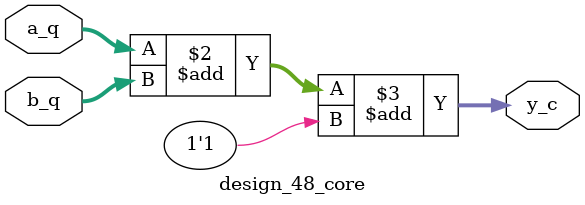
<source format=v>
module design_48_core #(
  parameter W = 16
)(
  input      [W-1:0] a_q,
  input      [W-1:0] b_q,
  output reg [W-1:0] y_c
);
  always @* begin
    y_c = a_q + b_q + 1'b1;
  end
endmodule

</source>
